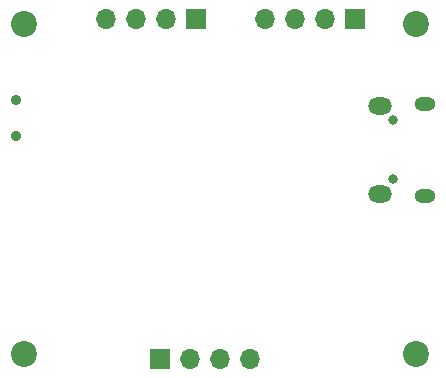
<source format=gbr>
%TF.GenerationSoftware,KiCad,Pcbnew,7.0.8*%
%TF.CreationDate,2025-06-01T22:45:16-07:00*%
%TF.ProjectId,ohm_project,6f686d5f-7072-46f6-9a65-63742e6b6963,rev?*%
%TF.SameCoordinates,Original*%
%TF.FileFunction,Soldermask,Bot*%
%TF.FilePolarity,Negative*%
%FSLAX46Y46*%
G04 Gerber Fmt 4.6, Leading zero omitted, Abs format (unit mm)*
G04 Created by KiCad (PCBNEW 7.0.8) date 2025-06-01 22:45:16*
%MOMM*%
%LPD*%
G01*
G04 APERTURE LIST*
%ADD10O,1.800000X1.150000*%
%ADD11O,2.000000X1.450000*%
%ADD12O,0.800000X0.800000*%
%ADD13R,1.700000X1.700000*%
%ADD14O,1.700000X1.700000*%
%ADD15C,2.200000*%
%ADD16C,0.900000*%
G04 APERTURE END LIST*
D10*
%TO.C,U3*%
X178995000Y-50625000D03*
D11*
X175195000Y-50775000D03*
X175195000Y-58225000D03*
D10*
X178995000Y-58375000D03*
D12*
X176245000Y-52000000D03*
X176245000Y-57000000D03*
%TD*%
D13*
%TO.C,J1*%
X173080000Y-43400000D03*
D14*
X170540000Y-43400000D03*
X168000000Y-43400000D03*
X165460000Y-43400000D03*
%TD*%
D13*
%TO.C,J3*%
X156520000Y-72200000D03*
D14*
X159060000Y-72200000D03*
X161600000Y-72200000D03*
X164140000Y-72200000D03*
%TD*%
D13*
%TO.C,J2*%
X159600000Y-43400000D03*
D14*
X157060000Y-43400000D03*
X154520000Y-43400000D03*
X151980000Y-43400000D03*
%TD*%
D15*
%TO.C,H1*%
X145000000Y-43800000D03*
%TD*%
%TO.C,H2*%
X178200000Y-43800000D03*
%TD*%
%TO.C,H3*%
X178200000Y-71800000D03*
%TD*%
D16*
%TO.C,SW1*%
X144345000Y-50300000D03*
X144345000Y-53300000D03*
%TD*%
D15*
%TO.C,H4*%
X145000000Y-71800000D03*
%TD*%
M02*

</source>
